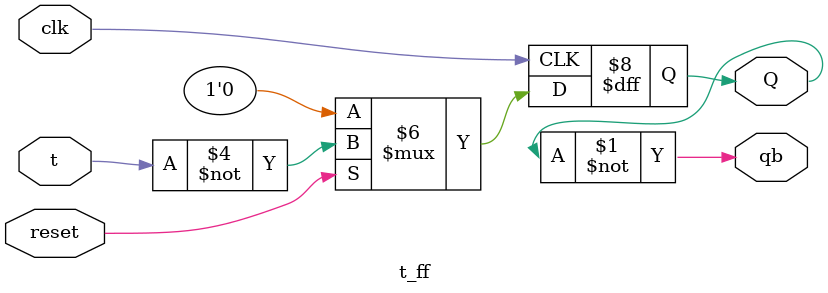
<source format=v>
module t_ff(
input wire t,
input wire clk,reset,
output reg Q,
output wire qb);

assign qb = ~Q;
always @(posedge clk) begin
  if (!reset) begin
    Q<=1'b0;
  end
  else begin
Q <= ~t;
  end
end
endmodule
        

</source>
